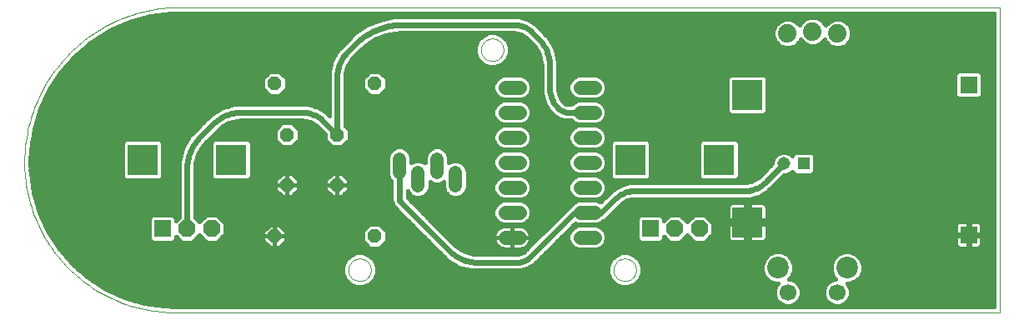
<source format=gbl>
G75*
%MOIN*%
%OFA0B0*%
%FSLAX24Y24*%
%IPPOS*%
%LPD*%
%AMOC8*
5,1,8,0,0,1.08239X$1,22.5*
%
%ADD10C,0.0000*%
%ADD11R,0.1200X0.1200*%
%ADD12OC8,0.0560*%
%ADD13R,0.0516X0.0516*%
%ADD14C,0.0516*%
%ADD15C,0.0560*%
%ADD16R,0.0690X0.0690*%
%ADD17R,0.0673X0.0673*%
%ADD18OC8,0.0673*%
%ADD19R,0.1227X0.1227*%
%ADD20C,0.0540*%
%ADD21C,0.0866*%
%ADD22C,0.0669*%
%ADD23C,0.0740*%
%ADD24C,0.0160*%
%ADD25C,0.0240*%
D10*
X006701Y001180D02*
X039656Y001180D01*
X039656Y013385D01*
X006982Y013385D01*
X018930Y011680D02*
X018932Y011722D01*
X018938Y011764D01*
X018948Y011805D01*
X018961Y011845D01*
X018979Y011883D01*
X018999Y011920D01*
X019024Y011955D01*
X019051Y011987D01*
X019081Y012016D01*
X019114Y012043D01*
X019149Y012066D01*
X019186Y012086D01*
X019225Y012102D01*
X019265Y012115D01*
X019306Y012124D01*
X019348Y012129D01*
X019391Y012130D01*
X019433Y012127D01*
X019474Y012120D01*
X019515Y012109D01*
X019555Y012095D01*
X019593Y012077D01*
X019629Y012055D01*
X019663Y012030D01*
X019694Y012002D01*
X019723Y011971D01*
X019749Y011938D01*
X019771Y011902D01*
X019791Y011864D01*
X019806Y011825D01*
X019818Y011785D01*
X019826Y011743D01*
X019830Y011701D01*
X019830Y011659D01*
X019826Y011617D01*
X019818Y011575D01*
X019806Y011535D01*
X019791Y011496D01*
X019771Y011458D01*
X019749Y011422D01*
X019723Y011389D01*
X019694Y011358D01*
X019663Y011330D01*
X019629Y011305D01*
X019593Y011283D01*
X019555Y011265D01*
X019515Y011251D01*
X019474Y011240D01*
X019433Y011233D01*
X019391Y011230D01*
X019348Y011231D01*
X019306Y011236D01*
X019265Y011245D01*
X019225Y011258D01*
X019186Y011274D01*
X019149Y011294D01*
X019114Y011317D01*
X019081Y011344D01*
X019051Y011373D01*
X019024Y011405D01*
X018999Y011440D01*
X018979Y011477D01*
X018961Y011515D01*
X018948Y011555D01*
X018938Y011596D01*
X018932Y011638D01*
X018930Y011680D01*
X006983Y013384D02*
X006828Y013385D01*
X006673Y013381D01*
X006518Y013373D01*
X006363Y013362D01*
X006209Y013346D01*
X006055Y013327D01*
X005901Y013304D01*
X005749Y013278D01*
X005597Y013247D01*
X005445Y013213D01*
X005295Y013174D01*
X005146Y013133D01*
X004998Y013087D01*
X004851Y013038D01*
X004705Y012985D01*
X004560Y012928D01*
X004417Y012868D01*
X004276Y012804D01*
X004136Y012737D01*
X003998Y012667D01*
X003862Y012593D01*
X003728Y012515D01*
X003595Y012434D01*
X003465Y012350D01*
X003337Y012263D01*
X003211Y012173D01*
X003087Y012079D01*
X002966Y011983D01*
X002847Y011883D01*
X002730Y011780D01*
X002617Y011675D01*
X002505Y011567D01*
X002397Y011456D01*
X002291Y011342D01*
X002189Y011226D01*
X002089Y011107D01*
X001992Y010986D01*
X001898Y010863D01*
X001808Y010737D01*
X001720Y010609D01*
X001636Y010479D01*
X001555Y010346D01*
X001477Y010212D01*
X001403Y010076D01*
X001332Y009938D01*
X001265Y009798D01*
X001201Y009657D01*
X001141Y009514D01*
X001084Y009370D01*
X001031Y009224D01*
X000981Y009077D01*
X000935Y008929D01*
X000893Y008780D01*
X000855Y008630D01*
X000820Y008478D01*
X000789Y008326D01*
X000762Y008174D01*
X000739Y008020D01*
X000720Y007867D01*
X000704Y007712D01*
X000692Y007558D01*
X000685Y007403D01*
X000681Y007248D01*
X000680Y007248D02*
X000680Y007201D01*
X000682Y007048D01*
X000688Y006896D01*
X000697Y006744D01*
X000711Y006592D01*
X000728Y006440D01*
X000749Y006289D01*
X000774Y006139D01*
X000803Y005989D01*
X000836Y005840D01*
X000872Y005692D01*
X000912Y005545D01*
X000956Y005399D01*
X001004Y005254D01*
X001055Y005110D01*
X001110Y004968D01*
X001168Y004827D01*
X001230Y004687D01*
X001295Y004549D01*
X001364Y004413D01*
X001437Y004279D01*
X001512Y004147D01*
X001591Y004016D01*
X001674Y003888D01*
X001759Y003761D01*
X001848Y003637D01*
X001940Y003516D01*
X002035Y003396D01*
X002133Y003279D01*
X002233Y003165D01*
X002337Y003053D01*
X002444Y002944D01*
X002553Y002837D01*
X002665Y002733D01*
X002779Y002633D01*
X002896Y002535D01*
X003016Y002440D01*
X003137Y002348D01*
X003261Y002259D01*
X003388Y002174D01*
X003516Y002091D01*
X003647Y002012D01*
X003779Y001937D01*
X003913Y001864D01*
X004049Y001795D01*
X004187Y001730D01*
X004327Y001668D01*
X004468Y001610D01*
X004610Y001555D01*
X004754Y001504D01*
X004899Y001456D01*
X005045Y001412D01*
X005192Y001372D01*
X005340Y001336D01*
X005489Y001303D01*
X005639Y001274D01*
X005789Y001249D01*
X005940Y001228D01*
X006092Y001211D01*
X006244Y001197D01*
X006396Y001188D01*
X006548Y001182D01*
X006701Y001180D01*
X013630Y002880D02*
X013632Y002922D01*
X013638Y002964D01*
X013648Y003005D01*
X013661Y003045D01*
X013679Y003083D01*
X013699Y003120D01*
X013724Y003155D01*
X013751Y003187D01*
X013781Y003216D01*
X013814Y003243D01*
X013849Y003266D01*
X013886Y003286D01*
X013925Y003302D01*
X013965Y003315D01*
X014006Y003324D01*
X014048Y003329D01*
X014091Y003330D01*
X014133Y003327D01*
X014174Y003320D01*
X014215Y003309D01*
X014255Y003295D01*
X014293Y003277D01*
X014329Y003255D01*
X014363Y003230D01*
X014394Y003202D01*
X014423Y003171D01*
X014449Y003138D01*
X014471Y003102D01*
X014491Y003064D01*
X014506Y003025D01*
X014518Y002985D01*
X014526Y002943D01*
X014530Y002901D01*
X014530Y002859D01*
X014526Y002817D01*
X014518Y002775D01*
X014506Y002735D01*
X014491Y002696D01*
X014471Y002658D01*
X014449Y002622D01*
X014423Y002589D01*
X014394Y002558D01*
X014363Y002530D01*
X014329Y002505D01*
X014293Y002483D01*
X014255Y002465D01*
X014215Y002451D01*
X014174Y002440D01*
X014133Y002433D01*
X014091Y002430D01*
X014048Y002431D01*
X014006Y002436D01*
X013965Y002445D01*
X013925Y002458D01*
X013886Y002474D01*
X013849Y002494D01*
X013814Y002517D01*
X013781Y002544D01*
X013751Y002573D01*
X013724Y002605D01*
X013699Y002640D01*
X013679Y002677D01*
X013661Y002715D01*
X013648Y002755D01*
X013638Y002796D01*
X013632Y002838D01*
X013630Y002880D01*
X024230Y002880D02*
X024232Y002922D01*
X024238Y002964D01*
X024248Y003005D01*
X024261Y003045D01*
X024279Y003083D01*
X024299Y003120D01*
X024324Y003155D01*
X024351Y003187D01*
X024381Y003216D01*
X024414Y003243D01*
X024449Y003266D01*
X024486Y003286D01*
X024525Y003302D01*
X024565Y003315D01*
X024606Y003324D01*
X024648Y003329D01*
X024691Y003330D01*
X024733Y003327D01*
X024774Y003320D01*
X024815Y003309D01*
X024855Y003295D01*
X024893Y003277D01*
X024929Y003255D01*
X024963Y003230D01*
X024994Y003202D01*
X025023Y003171D01*
X025049Y003138D01*
X025071Y003102D01*
X025091Y003064D01*
X025106Y003025D01*
X025118Y002985D01*
X025126Y002943D01*
X025130Y002901D01*
X025130Y002859D01*
X025126Y002817D01*
X025118Y002775D01*
X025106Y002735D01*
X025091Y002696D01*
X025071Y002658D01*
X025049Y002622D01*
X025023Y002589D01*
X024994Y002558D01*
X024963Y002530D01*
X024929Y002505D01*
X024893Y002483D01*
X024855Y002465D01*
X024815Y002451D01*
X024774Y002440D01*
X024733Y002433D01*
X024691Y002430D01*
X024648Y002431D01*
X024606Y002436D01*
X024565Y002445D01*
X024525Y002458D01*
X024486Y002474D01*
X024449Y002494D01*
X024414Y002517D01*
X024381Y002544D01*
X024351Y002573D01*
X024324Y002605D01*
X024299Y002640D01*
X024279Y002677D01*
X024261Y002715D01*
X024248Y002755D01*
X024238Y002796D01*
X024232Y002838D01*
X024230Y002880D01*
D11*
X029580Y004780D03*
X029580Y009880D03*
D12*
X014680Y010330D03*
X010680Y010330D03*
X011180Y008280D03*
X013180Y008280D03*
X013180Y006280D03*
X011180Y006280D03*
X010680Y004230D03*
X014680Y004230D03*
D13*
X031824Y007130D03*
D14*
X031036Y007130D03*
D15*
X023460Y007180D02*
X022900Y007180D01*
X020460Y007180D02*
X019900Y007180D01*
X019900Y006180D02*
X020460Y006180D01*
X022900Y006180D02*
X023460Y006180D01*
X023460Y005180D02*
X022900Y005180D01*
X020460Y005180D02*
X019900Y005180D01*
X019900Y004180D02*
X020460Y004180D01*
X022900Y004180D02*
X023460Y004180D01*
X023460Y008180D02*
X022900Y008180D01*
X020460Y008180D02*
X019900Y008180D01*
X019900Y009180D02*
X020460Y009180D01*
X022900Y009180D02*
X023460Y009180D01*
X023460Y010180D02*
X022900Y010180D01*
X020460Y010180D02*
X019900Y010180D01*
D16*
X038426Y010282D03*
X038426Y004282D03*
D17*
X025696Y004526D03*
X006196Y004526D03*
D18*
X007180Y004526D03*
X008164Y004526D03*
X026680Y004526D03*
X027664Y004526D03*
D19*
X028452Y007282D03*
X024908Y007282D03*
X008952Y007282D03*
X005408Y007282D03*
D20*
X015670Y007322D02*
X015670Y006782D01*
X016420Y006782D02*
X016420Y006242D01*
X017920Y006242D02*
X017920Y006782D01*
X017170Y006782D02*
X017170Y007322D01*
D21*
X030802Y002964D03*
X033558Y002964D03*
D22*
X033164Y001980D03*
X031196Y001980D03*
D23*
X031180Y012341D03*
X032180Y012419D03*
X033180Y012341D03*
D24*
X004677Y001775D02*
X003926Y002118D01*
X003231Y002565D01*
X002606Y003106D01*
X002065Y003731D01*
X001618Y004426D01*
X001275Y005177D01*
X001042Y005970D01*
X000925Y006788D01*
X000910Y007201D01*
X000910Y007245D01*
X000931Y007672D01*
X001064Y008516D01*
X001315Y009333D01*
X001681Y010106D01*
X002152Y010818D01*
X002721Y011457D01*
X003374Y012008D01*
X004099Y012460D01*
X004881Y012805D01*
X005704Y013035D01*
X006552Y013145D01*
X006978Y013155D01*
X006981Y013155D01*
X007074Y013153D01*
X007076Y013155D01*
X039426Y013155D01*
X039426Y001410D01*
X006701Y001410D01*
X006288Y001425D01*
X005470Y001542D01*
X004677Y001775D01*
X004592Y001814D02*
X030686Y001814D01*
X030661Y001874D02*
X030742Y001677D01*
X030893Y001527D01*
X031089Y001445D01*
X031302Y001445D01*
X031499Y001527D01*
X031649Y001677D01*
X031730Y001874D01*
X031730Y002086D01*
X031649Y002283D01*
X031499Y002433D01*
X031302Y002515D01*
X031248Y002515D01*
X031339Y002606D01*
X031435Y002838D01*
X031435Y003090D01*
X031339Y003323D01*
X031161Y003501D01*
X030928Y003597D01*
X030676Y003597D01*
X030443Y003501D01*
X030265Y003323D01*
X030169Y003090D01*
X030169Y002838D01*
X030265Y002606D01*
X030265Y002607D02*
X025303Y002607D01*
X025256Y002495D02*
X025360Y002745D01*
X025360Y003015D01*
X025256Y003265D01*
X025065Y003456D01*
X024815Y003560D01*
X024545Y003560D01*
X024295Y003456D01*
X024104Y003265D01*
X024000Y003015D01*
X024000Y002745D01*
X024104Y002495D01*
X024295Y002304D01*
X024545Y002200D01*
X024815Y002200D01*
X025065Y002304D01*
X025256Y002495D01*
X025210Y002448D02*
X030423Y002448D01*
X030443Y002428D02*
X030676Y002331D01*
X030791Y002331D01*
X030742Y002283D01*
X030661Y002086D01*
X030661Y001874D01*
X030661Y001973D02*
X004245Y001973D01*
X003906Y002131D02*
X030680Y002131D01*
X030749Y002290D02*
X025031Y002290D01*
X024329Y002290D02*
X014431Y002290D01*
X014465Y002304D02*
X014656Y002495D01*
X014760Y002745D01*
X014760Y003015D01*
X014656Y003265D01*
X014465Y003456D01*
X014215Y003560D01*
X013945Y003560D01*
X013695Y003456D01*
X013504Y003265D01*
X013400Y003015D01*
X013400Y002745D01*
X013504Y002495D01*
X013695Y002304D01*
X013945Y002200D01*
X014215Y002200D01*
X014465Y002304D01*
X014610Y002448D02*
X024150Y002448D01*
X024057Y002607D02*
X014703Y002607D01*
X014760Y002765D02*
X024000Y002765D01*
X024000Y002924D02*
X020759Y002924D01*
X020784Y002930D02*
X020784Y002930D01*
X021018Y003065D01*
X021068Y003116D01*
X021068Y003116D01*
X021112Y003159D01*
X021113Y003161D01*
X021113Y003161D01*
X021158Y003206D01*
X022697Y004745D01*
X022805Y004700D01*
X023555Y004700D01*
X023732Y004773D01*
X023779Y004820D01*
X023784Y004820D01*
X023901Y004869D01*
X024501Y005468D01*
X024534Y005501D01*
X024546Y005513D01*
X024615Y005574D01*
X024775Y005666D01*
X024953Y005714D01*
X025045Y005720D01*
X029658Y005720D01*
X030037Y005822D01*
X030377Y006018D01*
X030470Y006112D01*
X030470Y006112D01*
X031031Y006672D01*
X031127Y006672D01*
X031296Y006742D01*
X031366Y006812D01*
X031366Y006789D01*
X031483Y006672D01*
X032164Y006672D01*
X032281Y006789D01*
X032281Y007471D01*
X032164Y007588D01*
X031483Y007588D01*
X031366Y007471D01*
X031366Y007448D01*
X031296Y007518D01*
X031127Y007588D01*
X030945Y007588D01*
X030777Y007518D01*
X030648Y007389D01*
X030579Y007221D01*
X030579Y007125D01*
X030063Y006609D01*
X029979Y006536D01*
X029787Y006425D01*
X029572Y006367D01*
X029461Y006360D01*
X024868Y006360D01*
X024525Y006268D01*
X024218Y006091D01*
X024138Y006011D01*
X024081Y005953D01*
X024048Y005921D01*
X023720Y005592D01*
X023555Y005660D01*
X022805Y005660D01*
X022628Y005587D01*
X022493Y005452D01*
X022480Y005420D01*
X022459Y005411D01*
X022369Y005321D01*
X020706Y003658D01*
X020661Y003613D01*
X020623Y003580D01*
X020535Y003529D01*
X020438Y003503D01*
X020387Y003500D01*
X018792Y003500D01*
X018625Y003511D01*
X018303Y003597D01*
X018014Y003764D01*
X017888Y003874D01*
X015990Y005772D01*
X015990Y006052D01*
X016022Y005976D01*
X016154Y005844D01*
X016327Y005772D01*
X016514Y005772D01*
X016686Y005844D01*
X016819Y005976D01*
X016890Y006149D01*
X016890Y006398D01*
X016904Y006384D01*
X017077Y006312D01*
X017264Y006312D01*
X017436Y006384D01*
X017450Y006398D01*
X017450Y006149D01*
X017522Y005976D01*
X017654Y005844D01*
X017827Y005772D01*
X018014Y005772D01*
X018186Y005844D01*
X018319Y005976D01*
X018390Y006149D01*
X018390Y006876D01*
X018319Y007049D01*
X018186Y007181D01*
X018014Y007252D01*
X017827Y007252D01*
X017654Y007181D01*
X017640Y007167D01*
X017640Y007416D01*
X017569Y007589D01*
X017436Y007721D01*
X017264Y007792D01*
X017077Y007792D01*
X016904Y007721D01*
X016772Y007589D01*
X016700Y007416D01*
X016700Y007167D01*
X016686Y007181D01*
X016514Y007252D01*
X016327Y007252D01*
X016154Y007181D01*
X016140Y007167D01*
X016140Y007416D01*
X016069Y007589D01*
X015936Y007721D01*
X015764Y007792D01*
X015577Y007792D01*
X015404Y007721D01*
X015272Y007589D01*
X015200Y007416D01*
X015200Y006689D01*
X015272Y006516D01*
X015350Y006438D01*
X015350Y005626D01*
X015360Y005602D01*
X015360Y005592D01*
X015427Y005430D01*
X015444Y005413D01*
X015489Y005368D01*
X015534Y005323D01*
X015534Y005323D01*
X017481Y003377D01*
X017614Y003243D01*
X017614Y003243D01*
X018052Y002991D01*
X018539Y002860D01*
X020522Y002860D01*
X020784Y002930D01*
X021018Y003065D02*
X021018Y003065D01*
X021035Y003082D02*
X024028Y003082D01*
X024093Y003241D02*
X021193Y003241D01*
X021158Y003206D02*
X021158Y003206D01*
X021352Y003399D02*
X024237Y003399D01*
X024539Y003558D02*
X021510Y003558D01*
X021669Y003716D02*
X022766Y003716D01*
X022805Y003700D02*
X023555Y003700D01*
X023732Y003773D01*
X023867Y003908D01*
X023940Y004085D01*
X023940Y004275D01*
X023867Y004452D01*
X023732Y004587D01*
X023555Y004660D01*
X022805Y004660D01*
X022628Y004587D01*
X022493Y004452D01*
X022420Y004275D01*
X022420Y004085D01*
X022493Y003908D01*
X022628Y003773D01*
X022805Y003700D01*
X022527Y003875D02*
X021827Y003875D01*
X021986Y004033D02*
X022441Y004033D01*
X022420Y004192D02*
X022144Y004192D01*
X022303Y004350D02*
X022451Y004350D01*
X022461Y004509D02*
X022550Y004509D01*
X022620Y004667D02*
X025159Y004667D01*
X025159Y004509D02*
X023810Y004509D01*
X023909Y004350D02*
X025159Y004350D01*
X025159Y004192D02*
X023940Y004192D01*
X023919Y004033D02*
X025233Y004033D01*
X025276Y003990D02*
X025159Y004107D01*
X025159Y004946D01*
X025276Y005063D01*
X026115Y005063D01*
X026232Y004946D01*
X026232Y004838D01*
X026458Y005063D01*
X026902Y005063D01*
X027172Y004793D01*
X027442Y005063D01*
X027886Y005063D01*
X028201Y004749D01*
X028201Y004304D01*
X027886Y003990D01*
X027442Y003990D01*
X027172Y004260D01*
X026902Y003990D01*
X026458Y003990D01*
X026232Y004215D01*
X026232Y004107D01*
X026115Y003990D01*
X025276Y003990D01*
X024821Y003558D02*
X030580Y003558D01*
X030342Y003399D02*
X025123Y003399D01*
X025267Y003241D02*
X030231Y003241D01*
X030169Y003082D02*
X025332Y003082D01*
X025360Y002924D02*
X030169Y002924D01*
X030199Y002765D02*
X025360Y002765D01*
X023594Y003716D02*
X039426Y003716D01*
X039426Y003558D02*
X033780Y003558D01*
X033684Y003597D02*
X033432Y003597D01*
X033199Y003501D01*
X033021Y003323D01*
X032925Y003090D01*
X032925Y002838D01*
X033021Y002606D01*
X033112Y002515D01*
X033058Y002515D01*
X032861Y002433D01*
X032711Y002283D01*
X032630Y002086D01*
X032630Y001874D01*
X032711Y001677D01*
X032861Y001527D01*
X033058Y001445D01*
X033271Y001445D01*
X033467Y001527D01*
X033618Y001677D01*
X033699Y001874D01*
X033699Y002086D01*
X033618Y002283D01*
X033569Y002331D01*
X033684Y002331D01*
X033917Y002428D01*
X034095Y002606D01*
X034095Y002607D02*
X039426Y002607D01*
X039426Y002448D02*
X033937Y002448D01*
X034095Y002606D02*
X034191Y002838D01*
X034191Y003090D01*
X034095Y003323D01*
X033917Y003501D01*
X033684Y003597D01*
X033336Y003558D02*
X031024Y003558D01*
X031263Y003399D02*
X033097Y003399D01*
X032987Y003241D02*
X031373Y003241D01*
X031435Y003082D02*
X032925Y003082D01*
X032925Y002924D02*
X031435Y002924D01*
X031405Y002765D02*
X032955Y002765D01*
X033021Y002607D02*
X031339Y002607D01*
X031463Y002448D02*
X032897Y002448D01*
X032718Y002290D02*
X031642Y002290D01*
X031712Y002131D02*
X032648Y002131D01*
X032630Y001973D02*
X031730Y001973D01*
X031706Y001814D02*
X032654Y001814D01*
X032733Y001656D02*
X031627Y001656D01*
X031427Y001497D02*
X032933Y001497D01*
X033395Y001497D02*
X039426Y001497D01*
X039426Y001656D02*
X033596Y001656D01*
X033674Y001814D02*
X039426Y001814D01*
X039426Y001973D02*
X033699Y001973D01*
X033680Y002131D02*
X039426Y002131D01*
X039426Y002290D02*
X033611Y002290D01*
X034161Y002765D02*
X039426Y002765D01*
X039426Y002924D02*
X034191Y002924D01*
X034191Y003082D02*
X039426Y003082D01*
X039426Y003241D02*
X034129Y003241D01*
X034018Y003399D02*
X039426Y003399D01*
X038915Y003827D02*
X038939Y003868D01*
X038951Y003914D01*
X038951Y004250D01*
X038459Y004250D01*
X038459Y004315D01*
X038951Y004315D01*
X038951Y004651D01*
X038939Y004697D01*
X038915Y004738D01*
X038882Y004771D01*
X038841Y004795D01*
X038795Y004807D01*
X038459Y004807D01*
X038459Y004315D01*
X038394Y004315D01*
X038394Y004807D01*
X038057Y004807D01*
X038012Y004795D01*
X037971Y004771D01*
X037937Y004738D01*
X037913Y004697D01*
X037901Y004651D01*
X037901Y004315D01*
X038394Y004315D01*
X038394Y004250D01*
X038459Y004250D01*
X038459Y003757D01*
X038795Y003757D01*
X038841Y003770D01*
X038882Y003793D01*
X038915Y003827D01*
X038941Y003875D02*
X039426Y003875D01*
X039426Y004033D02*
X038951Y004033D01*
X038951Y004192D02*
X039426Y004192D01*
X039426Y004350D02*
X038951Y004350D01*
X038951Y004509D02*
X039426Y004509D01*
X039426Y004667D02*
X038947Y004667D01*
X038459Y004667D02*
X038394Y004667D01*
X038394Y004509D02*
X038459Y004509D01*
X038459Y004350D02*
X038394Y004350D01*
X038394Y004250D02*
X037901Y004250D01*
X037901Y003914D01*
X037913Y003868D01*
X037937Y003827D01*
X037971Y003793D01*
X038012Y003770D01*
X038057Y003757D01*
X038394Y003757D01*
X038394Y004250D01*
X038394Y004192D02*
X038459Y004192D01*
X038459Y004033D02*
X038394Y004033D01*
X038394Y003875D02*
X038459Y003875D01*
X037912Y003875D02*
X023833Y003875D01*
X021714Y004667D02*
X017096Y004667D01*
X017254Y004509D02*
X019578Y004509D01*
X019600Y004531D02*
X019549Y004480D01*
X019507Y004421D01*
X019474Y004357D01*
X019451Y004288D01*
X019440Y004216D01*
X019440Y004180D01*
X020180Y004180D01*
X020180Y004180D01*
X020180Y004640D01*
X020496Y004640D01*
X020568Y004629D01*
X020637Y004606D01*
X020701Y004573D01*
X020760Y004531D01*
X020811Y004480D01*
X020853Y004421D01*
X020886Y004357D01*
X020909Y004288D01*
X020920Y004216D01*
X020920Y004180D01*
X020180Y004180D01*
X020180Y004180D01*
X020180Y003720D01*
X020496Y003720D01*
X020568Y003731D01*
X020637Y003754D01*
X020701Y003787D01*
X020760Y003829D01*
X020811Y003880D01*
X020853Y003939D01*
X020886Y004003D01*
X020909Y004072D01*
X020920Y004144D01*
X020920Y004180D01*
X020180Y004180D01*
X020180Y004180D01*
X020180Y004180D01*
X020180Y004640D01*
X019864Y004640D01*
X019792Y004629D01*
X019723Y004606D01*
X019659Y004573D01*
X019600Y004531D01*
X019472Y004350D02*
X017413Y004350D01*
X017571Y004192D02*
X019440Y004192D01*
X019440Y004180D02*
X019440Y004144D01*
X019451Y004072D01*
X019474Y004003D01*
X019507Y003939D01*
X019549Y003880D01*
X019600Y003829D01*
X019659Y003787D01*
X019723Y003754D01*
X019792Y003731D01*
X019864Y003720D01*
X020180Y003720D01*
X020180Y004180D01*
X019440Y004180D01*
X019464Y004033D02*
X017730Y004033D01*
X017888Y003875D02*
X019555Y003875D01*
X020180Y003875D02*
X020180Y003875D01*
X020180Y004033D02*
X020180Y004033D01*
X020180Y004192D02*
X020180Y004192D01*
X020180Y004350D02*
X020180Y004350D01*
X020180Y004509D02*
X020180Y004509D01*
X019805Y004700D02*
X020555Y004700D01*
X020732Y004773D01*
X020867Y004908D01*
X020940Y005085D01*
X020940Y005275D01*
X020867Y005452D01*
X020732Y005587D01*
X020555Y005660D01*
X019805Y005660D01*
X019628Y005587D01*
X019493Y005452D01*
X019420Y005275D01*
X019420Y005085D01*
X019493Y004908D01*
X019628Y004773D01*
X019805Y004700D01*
X019576Y004826D02*
X016937Y004826D01*
X016779Y004984D02*
X019462Y004984D01*
X019420Y005143D02*
X016620Y005143D01*
X016462Y005301D02*
X019431Y005301D01*
X019501Y005460D02*
X016303Y005460D01*
X016145Y005618D02*
X019703Y005618D01*
X019805Y005700D02*
X020555Y005700D01*
X020732Y005773D01*
X020867Y005908D01*
X020940Y006085D01*
X020940Y006275D01*
X020867Y006452D01*
X020732Y006587D01*
X020555Y006660D01*
X019805Y006660D01*
X019628Y006587D01*
X019493Y006452D01*
X019420Y006275D01*
X019420Y006085D01*
X019493Y005908D01*
X019628Y005773D01*
X019805Y005700D01*
X019625Y005777D02*
X018024Y005777D01*
X017817Y005777D02*
X016524Y005777D01*
X016317Y005777D02*
X015990Y005777D01*
X015990Y005935D02*
X016063Y005935D01*
X016777Y005935D02*
X017563Y005935D01*
X017473Y006094D02*
X016867Y006094D01*
X016890Y006252D02*
X017450Y006252D01*
X018277Y005935D02*
X019482Y005935D01*
X019420Y006094D02*
X018367Y006094D01*
X018390Y006252D02*
X019420Y006252D01*
X019476Y006411D02*
X018390Y006411D01*
X018390Y006569D02*
X019610Y006569D01*
X019738Y006728D02*
X018390Y006728D01*
X018386Y006886D02*
X019515Y006886D01*
X019493Y006908D02*
X019628Y006773D01*
X019805Y006700D01*
X020555Y006700D01*
X020732Y006773D01*
X020867Y006908D01*
X020940Y007085D01*
X020940Y007275D01*
X020867Y007452D01*
X020732Y007587D01*
X020555Y007660D01*
X019805Y007660D01*
X019628Y007587D01*
X019493Y007452D01*
X019420Y007275D01*
X019420Y007085D01*
X019493Y006908D01*
X019437Y007045D02*
X018320Y007045D01*
X018133Y007203D02*
X019420Y007203D01*
X019456Y007362D02*
X017640Y007362D01*
X017640Y007203D02*
X017708Y007203D01*
X017597Y007520D02*
X019561Y007520D01*
X019628Y007773D02*
X019805Y007700D01*
X020555Y007700D01*
X020732Y007773D01*
X020867Y007908D01*
X020940Y008085D01*
X020940Y008275D01*
X020867Y008452D01*
X020732Y008587D01*
X020555Y008660D01*
X019805Y008660D01*
X019628Y008587D01*
X019493Y008452D01*
X019420Y008275D01*
X019420Y008085D01*
X019493Y007908D01*
X019628Y007773D01*
X019564Y007837D02*
X013416Y007837D01*
X013379Y007800D02*
X012981Y007800D01*
X012700Y008081D01*
X012700Y008307D01*
X012395Y008612D01*
X012312Y008685D01*
X012121Y008796D01*
X011907Y008853D01*
X011797Y008860D01*
X009335Y008860D01*
X009170Y008849D01*
X008852Y008764D01*
X008567Y008599D01*
X008443Y008491D01*
X008398Y008446D01*
X008398Y008446D01*
X007934Y007982D01*
X007806Y007836D01*
X007613Y007501D01*
X007513Y007127D01*
X007500Y006933D01*
X007500Y004965D01*
X007672Y004793D01*
X007942Y005063D01*
X008386Y005063D01*
X008701Y004749D01*
X008701Y004304D01*
X008386Y003990D01*
X007942Y003990D01*
X007672Y004260D01*
X007402Y003990D01*
X006958Y003990D01*
X006732Y004215D01*
X006732Y004107D01*
X006615Y003990D01*
X005776Y003990D01*
X005659Y004107D01*
X005659Y004946D01*
X005776Y005063D01*
X006615Y005063D01*
X006732Y004946D01*
X006732Y004838D01*
X006860Y004965D01*
X006860Y007213D01*
X007005Y007753D01*
X007284Y008237D01*
X007284Y008237D01*
X007437Y008389D01*
X007437Y008389D01*
X007946Y008898D01*
X007946Y008898D01*
X007991Y008943D01*
X007991Y008943D01*
X007995Y008948D01*
X008036Y008988D01*
X008036Y008988D01*
X008168Y009120D01*
X008168Y009120D01*
X008601Y009370D01*
X008601Y009370D01*
X009085Y009500D01*
X011993Y009500D01*
X012371Y009399D01*
X012371Y009399D01*
X012709Y009203D01*
X012709Y009203D01*
X012803Y009110D01*
X012803Y009110D01*
X012860Y009053D01*
X012860Y010823D01*
X012978Y011264D01*
X012978Y011264D01*
X013206Y011659D01*
X013206Y011659D01*
X013323Y011775D01*
X013323Y011775D01*
X013662Y012115D01*
X013699Y012152D01*
X013752Y012205D01*
X013907Y012359D01*
X013907Y012359D01*
X014377Y012673D01*
X014377Y012673D01*
X014899Y012890D01*
X014899Y012890D01*
X015453Y013000D01*
X020440Y013000D01*
X020775Y012910D01*
X020775Y012910D01*
X021076Y012736D01*
X021076Y012736D01*
X021154Y012658D01*
X021154Y012658D01*
X021398Y012414D01*
X021398Y012414D01*
X021443Y012369D01*
X021443Y012369D01*
X021447Y012366D01*
X021488Y012324D01*
X021488Y012324D01*
X021620Y012192D01*
X021620Y012192D01*
X021870Y011759D01*
X021870Y011759D01*
X022000Y011275D01*
X022000Y011089D01*
X022000Y010143D01*
X022007Y010039D01*
X022061Y009838D01*
X022165Y009657D01*
X022234Y009579D01*
X022234Y009579D01*
X022260Y009556D01*
X022321Y009520D01*
X022389Y009502D01*
X022424Y009500D01*
X022541Y009500D01*
X022628Y009587D01*
X022805Y009660D01*
X023555Y009660D01*
X023732Y009587D01*
X023867Y009452D01*
X023940Y009275D01*
X023940Y009085D01*
X023867Y008908D01*
X023732Y008773D01*
X023555Y008700D01*
X022805Y008700D01*
X022628Y008773D01*
X022541Y008860D01*
X022304Y008860D01*
X022073Y008922D01*
X022073Y008922D01*
X021866Y009042D01*
X021866Y009042D01*
X021826Y009081D01*
X021826Y009081D01*
X021786Y009122D01*
X021781Y009126D01*
X021736Y009171D01*
X021736Y009171D01*
X021647Y009260D01*
X021647Y009260D01*
X021458Y009588D01*
X021458Y009588D01*
X021360Y009954D01*
X021360Y011025D01*
X021349Y011190D01*
X021264Y011508D01*
X021099Y011793D01*
X020991Y011917D01*
X020946Y011962D01*
X020946Y011962D01*
X020747Y012161D01*
X020680Y012219D01*
X020526Y012308D01*
X020355Y012354D01*
X020266Y012360D01*
X015736Y012360D01*
X015518Y012349D01*
X015089Y012264D01*
X014685Y012097D01*
X014322Y011854D01*
X014160Y011707D01*
X014152Y011699D01*
X014115Y011662D01*
X013820Y011368D01*
X013726Y011260D01*
X013583Y011013D01*
X013509Y010737D01*
X013500Y010594D01*
X013500Y008639D01*
X013660Y008479D01*
X013660Y008081D01*
X013379Y007800D01*
X012944Y007837D02*
X011416Y007837D01*
X011379Y007800D02*
X010981Y007800D01*
X010700Y008081D01*
X010700Y008479D01*
X010981Y008760D01*
X011379Y008760D01*
X011660Y008479D01*
X011660Y008081D01*
X011379Y007800D01*
X010944Y007837D02*
X009765Y007837D01*
X009765Y007979D02*
X009648Y008096D01*
X008255Y008096D01*
X008138Y007979D01*
X008138Y006586D01*
X008255Y006469D01*
X009648Y006469D01*
X009765Y006586D01*
X009765Y007979D01*
X009748Y007996D02*
X010786Y007996D01*
X010700Y008154D02*
X008107Y008154D01*
X008155Y007996D02*
X007948Y007996D01*
X007807Y007837D02*
X008138Y007837D01*
X008138Y007679D02*
X007716Y007679D01*
X007624Y007520D02*
X008138Y007520D01*
X008138Y007362D02*
X007576Y007362D01*
X007533Y007203D02*
X008138Y007203D01*
X008138Y007045D02*
X007507Y007045D01*
X007500Y006886D02*
X008138Y006886D01*
X008138Y006728D02*
X007500Y006728D01*
X007500Y006569D02*
X008155Y006569D01*
X007500Y006411D02*
X010720Y006411D01*
X010720Y006471D02*
X010720Y006280D01*
X011180Y006280D01*
X011180Y006280D01*
X011180Y006740D01*
X011371Y006740D01*
X011640Y006471D01*
X011640Y006280D01*
X011180Y006280D01*
X011180Y006280D01*
X011180Y006280D01*
X011180Y006740D01*
X010989Y006740D01*
X010720Y006471D01*
X010818Y006569D02*
X009748Y006569D01*
X009765Y006728D02*
X010977Y006728D01*
X011180Y006728D02*
X011180Y006728D01*
X011180Y006569D02*
X011180Y006569D01*
X011180Y006411D02*
X011180Y006411D01*
X011180Y006280D02*
X010720Y006280D01*
X010720Y006089D01*
X010989Y005820D01*
X011180Y005820D01*
X011371Y005820D01*
X011640Y006089D01*
X011640Y006280D01*
X011180Y006280D01*
X011180Y005820D01*
X011180Y006280D01*
X011180Y006280D01*
X011180Y006252D02*
X011180Y006252D01*
X011180Y006094D02*
X011180Y006094D01*
X011180Y005935D02*
X011180Y005935D01*
X011486Y005935D02*
X012874Y005935D01*
X012989Y005820D02*
X012720Y006089D01*
X012720Y006280D01*
X013180Y006280D01*
X013180Y006280D01*
X013180Y006740D01*
X013371Y006740D01*
X013640Y006471D01*
X013640Y006280D01*
X013180Y006280D01*
X013180Y006280D01*
X013180Y006280D01*
X013180Y006740D01*
X012989Y006740D01*
X012720Y006471D01*
X012720Y006280D01*
X013180Y006280D01*
X013640Y006280D01*
X013640Y006089D01*
X013371Y005820D01*
X013180Y005820D01*
X013180Y006280D01*
X013180Y006280D01*
X013180Y005820D01*
X012989Y005820D01*
X013180Y005935D02*
X013180Y005935D01*
X013180Y006094D02*
X013180Y006094D01*
X013180Y006252D02*
X013180Y006252D01*
X013180Y006411D02*
X013180Y006411D01*
X013180Y006569D02*
X013180Y006569D01*
X013180Y006728D02*
X013180Y006728D01*
X013383Y006728D02*
X015200Y006728D01*
X015200Y006886D02*
X009765Y006886D01*
X009765Y007045D02*
X015200Y007045D01*
X015200Y007203D02*
X009765Y007203D01*
X009765Y007362D02*
X015200Y007362D01*
X015243Y007520D02*
X009765Y007520D01*
X009765Y007679D02*
X015362Y007679D01*
X015979Y007679D02*
X016862Y007679D01*
X016743Y007520D02*
X016097Y007520D01*
X016140Y007362D02*
X016700Y007362D01*
X016700Y007203D02*
X016633Y007203D01*
X016208Y007203D02*
X016140Y007203D01*
X017479Y007679D02*
X024095Y007679D01*
X024095Y007520D02*
X023799Y007520D01*
X023732Y007587D02*
X023867Y007452D01*
X023940Y007275D01*
X023940Y007085D01*
X023867Y006908D01*
X023732Y006773D01*
X023555Y006700D01*
X022805Y006700D01*
X022628Y006773D01*
X022493Y006908D01*
X022420Y007085D01*
X022420Y007275D01*
X022493Y007452D01*
X022628Y007587D01*
X022805Y007660D01*
X023555Y007660D01*
X023732Y007587D01*
X023732Y007773D02*
X023867Y007908D01*
X023940Y008085D01*
X023940Y008275D01*
X023867Y008452D01*
X023732Y008587D01*
X023555Y008660D01*
X022805Y008660D01*
X022628Y008587D01*
X022493Y008452D01*
X022420Y008275D01*
X022420Y008085D01*
X022493Y007908D01*
X022628Y007773D01*
X022805Y007700D01*
X023555Y007700D01*
X023732Y007773D01*
X023796Y007837D02*
X024095Y007837D01*
X024095Y007979D02*
X024095Y006586D01*
X024212Y006469D01*
X025605Y006469D01*
X025722Y006586D01*
X025722Y007979D01*
X025605Y008096D01*
X024212Y008096D01*
X024095Y007979D01*
X024112Y007996D02*
X023903Y007996D01*
X023940Y008154D02*
X039426Y008154D01*
X039426Y007996D02*
X029248Y007996D01*
X029265Y007979D02*
X029148Y008096D01*
X027755Y008096D01*
X027638Y007979D01*
X027638Y006586D01*
X027755Y006469D01*
X029148Y006469D01*
X029265Y006586D01*
X029265Y007979D01*
X029265Y007837D02*
X039426Y007837D01*
X039426Y007679D02*
X029265Y007679D01*
X029265Y007520D02*
X030782Y007520D01*
X030637Y007362D02*
X029265Y007362D01*
X029265Y007203D02*
X030579Y007203D01*
X030498Y007045D02*
X029265Y007045D01*
X029265Y006886D02*
X030340Y006886D01*
X030181Y006728D02*
X029265Y006728D01*
X029248Y006569D02*
X030017Y006569D01*
X029734Y006411D02*
X023884Y006411D01*
X023867Y006452D02*
X023732Y006587D01*
X023555Y006660D01*
X022805Y006660D01*
X022628Y006587D01*
X022493Y006452D01*
X022420Y006275D01*
X022420Y006085D01*
X022493Y005908D01*
X022628Y005773D01*
X022805Y005700D01*
X023555Y005700D01*
X023732Y005773D01*
X023867Y005908D01*
X023940Y006085D01*
X023940Y006275D01*
X023867Y006452D01*
X023750Y006569D02*
X024112Y006569D01*
X024095Y006728D02*
X023622Y006728D01*
X023845Y006886D02*
X024095Y006886D01*
X024095Y007045D02*
X023923Y007045D01*
X023940Y007203D02*
X024095Y007203D01*
X024095Y007362D02*
X023904Y007362D01*
X022561Y007520D02*
X020799Y007520D01*
X020904Y007362D02*
X022456Y007362D01*
X022420Y007203D02*
X020940Y007203D01*
X020923Y007045D02*
X022437Y007045D01*
X022515Y006886D02*
X020845Y006886D01*
X020622Y006728D02*
X022738Y006728D01*
X022610Y006569D02*
X020750Y006569D01*
X020884Y006411D02*
X022476Y006411D01*
X022420Y006252D02*
X020940Y006252D01*
X020940Y006094D02*
X022420Y006094D01*
X022482Y005935D02*
X020878Y005935D01*
X020735Y005777D02*
X022625Y005777D01*
X022703Y005618D02*
X020657Y005618D01*
X020859Y005460D02*
X022501Y005460D01*
X022369Y005321D02*
X022369Y005321D01*
X022348Y005301D02*
X020929Y005301D01*
X020940Y005143D02*
X022190Y005143D01*
X022031Y004984D02*
X020898Y004984D01*
X020784Y004826D02*
X021873Y004826D01*
X021556Y004509D02*
X020782Y004509D01*
X020888Y004350D02*
X021397Y004350D01*
X021239Y004192D02*
X020920Y004192D01*
X020896Y004033D02*
X021080Y004033D01*
X020922Y003875D02*
X020805Y003875D01*
X020763Y003716D02*
X018097Y003716D01*
X018451Y003558D02*
X020584Y003558D01*
X020706Y003658D02*
X020706Y003658D01*
X018302Y002924D02*
X014760Y002924D01*
X014732Y003082D02*
X017893Y003082D01*
X018052Y002991D02*
X018052Y002991D01*
X017619Y003241D02*
X014667Y003241D01*
X014523Y003399D02*
X017458Y003399D01*
X017481Y003377D02*
X017481Y003377D01*
X017300Y003558D02*
X014221Y003558D01*
X013939Y003558D02*
X002215Y003558D01*
X002078Y003716D02*
X017141Y003716D01*
X016983Y003875D02*
X015003Y003875D01*
X014879Y003750D02*
X014481Y003750D01*
X014200Y004031D01*
X014200Y004429D01*
X014481Y004710D01*
X014879Y004710D01*
X015160Y004429D01*
X015160Y004031D01*
X014879Y003750D01*
X014357Y003875D02*
X010975Y003875D01*
X010871Y003770D02*
X011140Y004039D01*
X011140Y004230D01*
X011140Y004421D01*
X010871Y004690D01*
X010680Y004690D01*
X010680Y004230D01*
X011140Y004230D01*
X010680Y004230D01*
X010680Y004230D01*
X010680Y004230D01*
X010680Y003770D01*
X010871Y003770D01*
X010680Y003770D02*
X010680Y004230D01*
X010680Y004230D01*
X010680Y004230D01*
X010220Y004230D01*
X010220Y004421D01*
X010489Y004690D01*
X010680Y004690D01*
X010680Y004230D01*
X010220Y004230D01*
X010220Y004039D01*
X010489Y003770D01*
X010680Y003770D01*
X010680Y003875D02*
X010680Y003875D01*
X010680Y004033D02*
X010680Y004033D01*
X010680Y004192D02*
X010680Y004192D01*
X010680Y004350D02*
X010680Y004350D01*
X010680Y004509D02*
X010680Y004509D01*
X010680Y004667D02*
X010680Y004667D01*
X010894Y004667D02*
X014438Y004667D01*
X014280Y004509D02*
X011052Y004509D01*
X011140Y004350D02*
X014200Y004350D01*
X014200Y004192D02*
X011140Y004192D01*
X011134Y004033D02*
X014200Y004033D01*
X015160Y004033D02*
X016824Y004033D01*
X016666Y004192D02*
X015160Y004192D01*
X015160Y004350D02*
X016507Y004350D01*
X016349Y004509D02*
X015080Y004509D01*
X014922Y004667D02*
X016190Y004667D01*
X016032Y004826D02*
X008624Y004826D01*
X008701Y004667D02*
X010466Y004667D01*
X010308Y004509D02*
X008701Y004509D01*
X008701Y004350D02*
X010220Y004350D01*
X010220Y004192D02*
X008588Y004192D01*
X008430Y004033D02*
X010226Y004033D01*
X010385Y003875D02*
X001972Y003875D01*
X001871Y004033D02*
X005733Y004033D01*
X005659Y004192D02*
X001769Y004192D01*
X001667Y004350D02*
X005659Y004350D01*
X005659Y004509D02*
X001580Y004509D01*
X001508Y004667D02*
X005659Y004667D01*
X005659Y004826D02*
X001436Y004826D01*
X001363Y004984D02*
X005697Y004984D01*
X006694Y004984D02*
X006860Y004984D01*
X006860Y005143D02*
X001291Y005143D01*
X001239Y005301D02*
X006860Y005301D01*
X006860Y005460D02*
X001192Y005460D01*
X001146Y005618D02*
X006860Y005618D01*
X006860Y005777D02*
X001099Y005777D01*
X001053Y005935D02*
X006860Y005935D01*
X006860Y006094D02*
X001025Y006094D01*
X001002Y006252D02*
X006860Y006252D01*
X006860Y006411D02*
X000979Y006411D01*
X000956Y006569D02*
X004612Y006569D01*
X004595Y006586D02*
X004712Y006469D01*
X006105Y006469D01*
X006222Y006586D01*
X006222Y007979D01*
X006105Y008096D01*
X004712Y008096D01*
X004595Y007979D01*
X004595Y006586D01*
X004595Y006728D02*
X000933Y006728D01*
X000921Y006886D02*
X004595Y006886D01*
X004595Y007045D02*
X000916Y007045D01*
X000910Y007203D02*
X004595Y007203D01*
X004595Y007362D02*
X000916Y007362D01*
X000923Y007520D02*
X004595Y007520D01*
X004595Y007679D02*
X000932Y007679D01*
X000957Y007837D02*
X004595Y007837D01*
X004612Y007996D02*
X000982Y007996D01*
X001007Y008154D02*
X007236Y008154D01*
X007145Y007996D02*
X006205Y007996D01*
X006222Y007837D02*
X007053Y007837D01*
X006985Y007679D02*
X006222Y007679D01*
X006222Y007520D02*
X006942Y007520D01*
X006900Y007362D02*
X006222Y007362D01*
X006222Y007203D02*
X006860Y007203D01*
X006860Y007045D02*
X006222Y007045D01*
X006222Y006886D02*
X006860Y006886D01*
X006860Y006728D02*
X006222Y006728D01*
X006205Y006569D02*
X006860Y006569D01*
X007500Y006252D02*
X010720Y006252D01*
X010720Y006094D02*
X007500Y006094D01*
X007500Y005935D02*
X010874Y005935D01*
X011640Y006094D02*
X012720Y006094D01*
X012720Y006252D02*
X011640Y006252D01*
X011640Y006411D02*
X012720Y006411D01*
X012818Y006569D02*
X011542Y006569D01*
X011383Y006728D02*
X012977Y006728D01*
X013542Y006569D02*
X015250Y006569D01*
X015350Y006411D02*
X013640Y006411D01*
X013640Y006252D02*
X015350Y006252D01*
X015350Y006094D02*
X013640Y006094D01*
X013486Y005935D02*
X015350Y005935D01*
X015350Y005777D02*
X007500Y005777D01*
X007500Y005618D02*
X015354Y005618D01*
X015415Y005460D02*
X007500Y005460D01*
X007500Y005301D02*
X015556Y005301D01*
X015427Y005430D02*
X015427Y005430D01*
X015715Y005143D02*
X007500Y005143D01*
X007500Y004984D02*
X007863Y004984D01*
X007705Y004826D02*
X007640Y004826D01*
X008465Y004984D02*
X015873Y004984D01*
X013637Y003399D02*
X002352Y003399D01*
X002490Y003241D02*
X013493Y003241D01*
X013428Y003082D02*
X002634Y003082D01*
X002817Y002924D02*
X013400Y002924D01*
X013400Y002765D02*
X003000Y002765D01*
X003183Y002607D02*
X013457Y002607D01*
X013550Y002448D02*
X003413Y002448D01*
X003659Y002290D02*
X013729Y002290D01*
X007899Y004033D02*
X007445Y004033D01*
X007604Y004192D02*
X007740Y004192D01*
X006915Y004033D02*
X006658Y004033D01*
X006732Y004192D02*
X006756Y004192D01*
X005084Y001656D02*
X030764Y001656D01*
X030965Y001497D02*
X005785Y001497D01*
X023797Y004826D02*
X025159Y004826D01*
X025197Y004984D02*
X024017Y004984D01*
X024175Y005143D02*
X028800Y005143D01*
X028800Y005301D02*
X024334Y005301D01*
X024492Y005460D02*
X028818Y005460D01*
X028812Y005449D02*
X028800Y005404D01*
X028800Y004860D01*
X029500Y004860D01*
X029500Y005560D01*
X028956Y005560D01*
X028911Y005548D01*
X028869Y005524D01*
X028836Y005491D01*
X028812Y005449D01*
X029500Y005460D02*
X029660Y005460D01*
X029660Y005560D02*
X030204Y005560D01*
X030249Y005548D01*
X030291Y005524D01*
X030324Y005491D01*
X030348Y005449D01*
X030360Y005404D01*
X030360Y004860D01*
X029660Y004860D01*
X029660Y004700D01*
X030360Y004700D01*
X030360Y004156D01*
X030348Y004111D01*
X030324Y004069D01*
X030291Y004036D01*
X030249Y004012D01*
X030204Y004000D01*
X029660Y004000D01*
X029660Y004700D01*
X029500Y004700D01*
X029500Y004000D01*
X028956Y004000D01*
X028911Y004012D01*
X028869Y004036D01*
X028836Y004069D01*
X028812Y004111D01*
X028800Y004156D01*
X028800Y004700D01*
X029500Y004700D01*
X029500Y004860D01*
X029660Y004860D01*
X029660Y005560D01*
X029869Y005777D02*
X039426Y005777D01*
X039426Y005935D02*
X030233Y005935D01*
X030377Y006018D02*
X030377Y006018D01*
X030452Y006094D02*
X039426Y006094D01*
X039426Y006252D02*
X030611Y006252D01*
X030769Y006411D02*
X039426Y006411D01*
X039426Y006569D02*
X030928Y006569D01*
X031261Y006728D02*
X031428Y006728D01*
X032220Y006728D02*
X039426Y006728D01*
X039426Y006886D02*
X032281Y006886D01*
X032281Y007045D02*
X039426Y007045D01*
X039426Y007203D02*
X032281Y007203D01*
X032281Y007362D02*
X039426Y007362D01*
X039426Y007520D02*
X032232Y007520D01*
X031415Y007520D02*
X031291Y007520D01*
X027638Y007520D02*
X025722Y007520D01*
X025722Y007362D02*
X027638Y007362D01*
X027638Y007203D02*
X025722Y007203D01*
X025722Y007045D02*
X027638Y007045D01*
X027638Y006886D02*
X025722Y006886D01*
X025722Y006728D02*
X027638Y006728D01*
X027655Y006569D02*
X025705Y006569D01*
X024525Y006268D02*
X024525Y006268D01*
X024497Y006252D02*
X023940Y006252D01*
X023940Y006094D02*
X024223Y006094D01*
X024218Y006091D02*
X024218Y006091D01*
X024062Y005935D02*
X023878Y005935D01*
X023904Y005777D02*
X023735Y005777D01*
X023745Y005618D02*
X023657Y005618D01*
X024691Y005618D02*
X039426Y005618D01*
X039426Y005460D02*
X030342Y005460D01*
X030360Y005301D02*
X039426Y005301D01*
X039426Y005143D02*
X030360Y005143D01*
X030360Y004984D02*
X039426Y004984D01*
X039426Y004826D02*
X029660Y004826D01*
X029660Y004984D02*
X029500Y004984D01*
X029500Y004826D02*
X028124Y004826D01*
X028201Y004667D02*
X028800Y004667D01*
X028800Y004509D02*
X028201Y004509D01*
X028201Y004350D02*
X028800Y004350D01*
X028800Y004192D02*
X028088Y004192D01*
X027930Y004033D02*
X028875Y004033D01*
X029500Y004033D02*
X029660Y004033D01*
X029660Y004192D02*
X029500Y004192D01*
X029500Y004350D02*
X029660Y004350D01*
X029660Y004509D02*
X029500Y004509D01*
X029500Y004667D02*
X029660Y004667D01*
X030360Y004667D02*
X037905Y004667D01*
X037901Y004509D02*
X030360Y004509D01*
X030360Y004350D02*
X037901Y004350D01*
X037901Y004192D02*
X030360Y004192D01*
X030285Y004033D02*
X037901Y004033D01*
X030443Y002428D02*
X030265Y002606D01*
X027399Y004033D02*
X026945Y004033D01*
X027104Y004192D02*
X027240Y004192D01*
X026415Y004033D02*
X026158Y004033D01*
X026232Y004192D02*
X026256Y004192D01*
X027140Y004826D02*
X027205Y004826D01*
X027363Y004984D02*
X026981Y004984D01*
X026379Y004984D02*
X026194Y004984D01*
X027965Y004984D02*
X028800Y004984D01*
X029500Y005143D02*
X029660Y005143D01*
X029660Y005301D02*
X029500Y005301D01*
X027638Y007679D02*
X025722Y007679D01*
X025722Y007837D02*
X027638Y007837D01*
X027655Y007996D02*
X025705Y007996D01*
X023925Y008313D02*
X039426Y008313D01*
X039426Y008471D02*
X023848Y008471D01*
X023629Y008630D02*
X039426Y008630D01*
X039426Y008788D02*
X023747Y008788D01*
X023883Y008947D02*
X039426Y008947D01*
X039426Y009105D02*
X030288Y009105D01*
X030263Y009080D02*
X030380Y009197D01*
X030380Y010563D01*
X030263Y010680D01*
X028897Y010680D01*
X028780Y010563D01*
X028780Y009197D01*
X028897Y009080D01*
X030263Y009080D01*
X030380Y009264D02*
X039426Y009264D01*
X039426Y009422D02*
X030380Y009422D01*
X030380Y009581D02*
X039426Y009581D01*
X039426Y009739D02*
X038856Y009739D01*
X038854Y009737D02*
X038971Y009855D01*
X038971Y010710D01*
X038854Y010827D01*
X037998Y010827D01*
X037881Y010710D01*
X037881Y009855D01*
X037998Y009737D01*
X038854Y009737D01*
X038971Y009898D02*
X039426Y009898D01*
X039426Y010056D02*
X038971Y010056D01*
X038971Y010215D02*
X039426Y010215D01*
X039426Y010373D02*
X038971Y010373D01*
X038971Y010532D02*
X039426Y010532D01*
X039426Y010690D02*
X038971Y010690D01*
X039426Y010849D02*
X022000Y010849D01*
X022000Y011007D02*
X039426Y011007D01*
X039426Y011166D02*
X022000Y011166D01*
X022000Y011275D02*
X022000Y011275D01*
X021987Y011324D02*
X039426Y011324D01*
X039426Y011483D02*
X021944Y011483D01*
X021902Y011641D02*
X039426Y011641D01*
X039426Y011800D02*
X033363Y011800D01*
X033293Y011771D02*
X033503Y011857D01*
X033663Y012018D01*
X033750Y012227D01*
X033750Y012454D01*
X033663Y012664D01*
X033503Y012824D01*
X033293Y012911D01*
X033067Y012911D01*
X032857Y012824D01*
X032697Y012664D01*
X032696Y012662D01*
X032663Y012742D01*
X032503Y012903D01*
X032293Y012989D01*
X032067Y012989D01*
X031857Y012903D01*
X031697Y012742D01*
X031664Y012662D01*
X031663Y012664D01*
X031503Y012824D01*
X031293Y012911D01*
X031067Y012911D01*
X030857Y012824D01*
X030697Y012664D01*
X030610Y012454D01*
X030610Y012227D01*
X030697Y012018D01*
X030857Y011857D01*
X031067Y011771D01*
X031293Y011771D01*
X031503Y011857D01*
X031663Y012018D01*
X031696Y012098D01*
X031697Y012096D01*
X031857Y011936D01*
X032067Y011849D01*
X032293Y011849D01*
X032503Y011936D01*
X032663Y012096D01*
X032664Y012098D01*
X032697Y012018D01*
X032857Y011857D01*
X033067Y011771D01*
X033293Y011771D01*
X032997Y011800D02*
X031363Y011800D01*
X031603Y011958D02*
X031835Y011958D01*
X032525Y011958D02*
X032757Y011958D01*
X033603Y011958D02*
X039426Y011958D01*
X039426Y012117D02*
X033704Y012117D01*
X033750Y012275D02*
X039426Y012275D01*
X039426Y012434D02*
X033750Y012434D01*
X033693Y012592D02*
X039426Y012592D01*
X039426Y012751D02*
X033576Y012751D01*
X033297Y012909D02*
X039426Y012909D01*
X039426Y013068D02*
X005955Y013068D01*
X005254Y012909D02*
X014996Y012909D01*
X014563Y012751D02*
X004758Y012751D01*
X004398Y012592D02*
X014255Y012592D01*
X014018Y012434D02*
X004056Y012434D01*
X003802Y012275D02*
X013822Y012275D01*
X013664Y012117D02*
X003548Y012117D01*
X003315Y011958D02*
X013505Y011958D01*
X013347Y011800D02*
X003127Y011800D01*
X002939Y011641D02*
X013196Y011641D01*
X013105Y011483D02*
X002751Y011483D01*
X002602Y011324D02*
X013013Y011324D01*
X012952Y011166D02*
X002461Y011166D01*
X002320Y011007D02*
X012909Y011007D01*
X012867Y010849D02*
X002179Y010849D01*
X002067Y010690D02*
X010361Y010690D01*
X010481Y010810D02*
X010200Y010529D01*
X010200Y010131D01*
X010481Y009850D01*
X010879Y009850D01*
X011160Y010131D01*
X011160Y010529D01*
X010879Y010810D01*
X010481Y010810D01*
X010999Y010690D02*
X012860Y010690D01*
X012860Y010532D02*
X011157Y010532D01*
X011160Y010373D02*
X012860Y010373D01*
X012860Y010215D02*
X011160Y010215D01*
X011085Y010056D02*
X012860Y010056D01*
X012860Y009898D02*
X010926Y009898D01*
X010434Y009898D02*
X001582Y009898D01*
X001657Y010056D02*
X010275Y010056D01*
X010200Y010215D02*
X001753Y010215D01*
X001858Y010373D02*
X010200Y010373D01*
X010203Y010532D02*
X001963Y010532D01*
X001507Y009739D02*
X012860Y009739D01*
X012860Y009581D02*
X001433Y009581D01*
X001358Y009422D02*
X008794Y009422D01*
X008416Y009264D02*
X001294Y009264D01*
X001245Y009105D02*
X008152Y009105D01*
X007994Y008947D02*
X001196Y008947D01*
X001148Y008788D02*
X007835Y008788D01*
X007677Y008630D02*
X001099Y008630D01*
X001057Y008471D02*
X007518Y008471D01*
X007360Y008313D02*
X001032Y008313D01*
X008265Y008313D02*
X010700Y008313D01*
X010700Y008471D02*
X008424Y008471D01*
X008619Y008630D02*
X010851Y008630D01*
X011509Y008630D02*
X012376Y008630D01*
X012536Y008471D02*
X011660Y008471D01*
X011660Y008313D02*
X012695Y008313D01*
X012700Y008154D02*
X011660Y008154D01*
X011574Y007996D02*
X012786Y007996D01*
X013574Y007996D02*
X019457Y007996D01*
X019420Y008154D02*
X013660Y008154D01*
X013660Y008313D02*
X019435Y008313D01*
X019512Y008471D02*
X013660Y008471D01*
X013509Y008630D02*
X019731Y008630D01*
X019805Y008700D02*
X020555Y008700D01*
X020732Y008773D01*
X020867Y008908D01*
X020940Y009085D01*
X020940Y009275D01*
X020867Y009452D01*
X020732Y009587D01*
X020555Y009660D01*
X019805Y009660D01*
X019628Y009587D01*
X019493Y009452D01*
X019420Y009275D01*
X019420Y009085D01*
X019493Y008908D01*
X019628Y008773D01*
X019805Y008700D01*
X019613Y008788D02*
X013500Y008788D01*
X013500Y008947D02*
X019477Y008947D01*
X019420Y009105D02*
X013500Y009105D01*
X013500Y009264D02*
X019420Y009264D01*
X019481Y009422D02*
X013500Y009422D01*
X013500Y009581D02*
X019622Y009581D01*
X019710Y009739D02*
X013500Y009739D01*
X013500Y009898D02*
X014434Y009898D01*
X014481Y009850D02*
X014879Y009850D01*
X015160Y010131D01*
X015160Y010529D01*
X014879Y010810D01*
X014481Y010810D01*
X014200Y010529D01*
X014200Y010131D01*
X014481Y009850D01*
X014275Y010056D02*
X013500Y010056D01*
X013500Y010215D02*
X014200Y010215D01*
X014200Y010373D02*
X013500Y010373D01*
X013500Y010532D02*
X014203Y010532D01*
X014361Y010690D02*
X013506Y010690D01*
X013539Y010849D02*
X021360Y010849D01*
X021360Y011007D02*
X019532Y011007D01*
X019515Y011000D02*
X019765Y011104D01*
X019956Y011295D01*
X020060Y011545D01*
X020060Y011815D01*
X019956Y012065D01*
X019765Y012256D01*
X019515Y012360D01*
X019245Y012360D01*
X018995Y012256D01*
X018804Y012065D01*
X018700Y011815D01*
X018700Y011545D01*
X018804Y011295D01*
X018995Y011104D01*
X019245Y011000D01*
X019515Y011000D01*
X019228Y011007D02*
X013582Y011007D01*
X013671Y011166D02*
X018933Y011166D01*
X018791Y011324D02*
X013782Y011324D01*
X013935Y011483D02*
X018726Y011483D01*
X018700Y011641D02*
X014094Y011641D01*
X014262Y011800D02*
X018700Y011800D01*
X018759Y011958D02*
X014477Y011958D01*
X014733Y012117D02*
X018855Y012117D01*
X019040Y012275D02*
X015144Y012275D01*
X014999Y010690D02*
X021360Y010690D01*
X021360Y010532D02*
X020787Y010532D01*
X020732Y010587D02*
X020555Y010660D01*
X019805Y010660D01*
X019628Y010587D01*
X019493Y010452D01*
X019420Y010275D01*
X019420Y010085D01*
X019493Y009908D01*
X019628Y009773D01*
X019805Y009700D01*
X020555Y009700D01*
X020732Y009773D01*
X020867Y009908D01*
X020940Y010085D01*
X020940Y010275D01*
X020867Y010452D01*
X020732Y010587D01*
X020900Y010373D02*
X021360Y010373D01*
X021360Y010215D02*
X020940Y010215D01*
X020928Y010056D02*
X021360Y010056D01*
X021375Y009898D02*
X020856Y009898D01*
X020650Y009739D02*
X021418Y009739D01*
X021462Y009581D02*
X020738Y009581D01*
X020879Y009422D02*
X021554Y009422D01*
X021645Y009264D02*
X020940Y009264D01*
X020940Y009105D02*
X021802Y009105D01*
X022031Y008947D02*
X020883Y008947D01*
X020747Y008788D02*
X022613Y008788D01*
X022731Y008630D02*
X020629Y008630D01*
X020848Y008471D02*
X022512Y008471D01*
X022435Y008313D02*
X020925Y008313D01*
X020940Y008154D02*
X022420Y008154D01*
X022457Y007996D02*
X020903Y007996D01*
X020796Y007837D02*
X022564Y007837D01*
X023940Y009105D02*
X028872Y009105D01*
X028780Y009264D02*
X023940Y009264D01*
X023879Y009422D02*
X028780Y009422D01*
X028780Y009581D02*
X023738Y009581D01*
X023650Y009739D02*
X028780Y009739D01*
X028780Y009898D02*
X023856Y009898D01*
X023867Y009908D02*
X023940Y010085D01*
X023940Y010275D01*
X023867Y010452D01*
X023732Y010587D01*
X023555Y010660D01*
X022805Y010660D01*
X022628Y010587D01*
X022493Y010452D01*
X022420Y010275D01*
X022420Y010085D01*
X022493Y009908D01*
X022628Y009773D01*
X022805Y009700D01*
X023555Y009700D01*
X023732Y009773D01*
X023867Y009908D01*
X023928Y010056D02*
X028780Y010056D01*
X028780Y010215D02*
X023940Y010215D01*
X023900Y010373D02*
X028780Y010373D01*
X028780Y010532D02*
X023787Y010532D01*
X022573Y010532D02*
X022000Y010532D01*
X022000Y010690D02*
X037881Y010690D01*
X037881Y010532D02*
X030380Y010532D01*
X030380Y010373D02*
X037881Y010373D01*
X037881Y010215D02*
X030380Y010215D01*
X030380Y010056D02*
X037881Y010056D01*
X037881Y009898D02*
X030380Y009898D01*
X030380Y009739D02*
X037997Y009739D01*
X030997Y011800D02*
X021847Y011800D01*
X021755Y011958D02*
X030757Y011958D01*
X030656Y012117D02*
X021664Y012117D01*
X021538Y012275D02*
X030610Y012275D01*
X030610Y012434D02*
X021379Y012434D01*
X021221Y012592D02*
X030667Y012592D01*
X030784Y012751D02*
X021052Y012751D01*
X020777Y012909D02*
X031063Y012909D01*
X031297Y012909D02*
X031873Y012909D01*
X031705Y012751D02*
X031576Y012751D01*
X032487Y012909D02*
X033063Y012909D01*
X032784Y012751D02*
X032655Y012751D01*
X022710Y009739D02*
X022118Y009739D01*
X022045Y009898D02*
X022504Y009898D01*
X022432Y010056D02*
X022006Y010056D01*
X022000Y010215D02*
X022420Y010215D01*
X022460Y010373D02*
X022000Y010373D01*
X022232Y009581D02*
X022622Y009581D01*
X019504Y009898D02*
X014926Y009898D01*
X015085Y010056D02*
X019432Y010056D01*
X019420Y010215D02*
X015160Y010215D01*
X015160Y010373D02*
X019460Y010373D01*
X019573Y010532D02*
X015157Y010532D01*
X012860Y009422D02*
X012284Y009422D01*
X012605Y009264D02*
X012860Y009264D01*
X012860Y009105D02*
X012808Y009105D01*
X012134Y008788D02*
X008942Y008788D01*
X019827Y011166D02*
X021351Y011166D01*
X021313Y011324D02*
X019969Y011324D01*
X020034Y011483D02*
X021271Y011483D01*
X021187Y011641D02*
X020060Y011641D01*
X020060Y011800D02*
X021094Y011800D01*
X020949Y011958D02*
X020001Y011958D01*
X019905Y012117D02*
X020791Y012117D01*
X020584Y012275D02*
X019720Y012275D01*
D25*
X020266Y012680D02*
X015736Y012680D01*
X013933Y011933D02*
X013594Y011594D01*
X013180Y010594D02*
X013180Y008280D01*
X012622Y008838D01*
X011797Y009180D02*
X009335Y009180D01*
X008217Y008717D02*
X007708Y008208D01*
X008217Y008717D02*
X008273Y008770D01*
X008332Y008821D01*
X008393Y008869D01*
X008457Y008914D01*
X008522Y008955D01*
X008590Y008993D01*
X008659Y009028D01*
X008730Y009060D01*
X008802Y009088D01*
X008876Y009112D01*
X008951Y009133D01*
X009027Y009150D01*
X009103Y009163D01*
X009180Y009172D01*
X009257Y009178D01*
X009335Y009180D01*
X011797Y009180D02*
X011862Y009178D01*
X011928Y009173D01*
X011992Y009164D01*
X012056Y009151D01*
X012120Y009134D01*
X012182Y009115D01*
X012243Y009091D01*
X012303Y009065D01*
X012361Y009035D01*
X012417Y009001D01*
X012472Y008965D01*
X012524Y008926D01*
X012574Y008883D01*
X012621Y008838D01*
X013933Y011933D02*
X014005Y012003D01*
X014080Y012069D01*
X014157Y012133D01*
X014237Y012193D01*
X014319Y012250D01*
X014404Y012304D01*
X014490Y012355D01*
X014578Y012402D01*
X014668Y012446D01*
X014760Y012486D01*
X014853Y012522D01*
X014948Y012555D01*
X015044Y012584D01*
X015141Y012610D01*
X015239Y012631D01*
X015337Y012649D01*
X015436Y012662D01*
X015536Y012672D01*
X015636Y012678D01*
X015736Y012680D01*
X020266Y012680D02*
X020326Y012678D01*
X020387Y012673D01*
X020446Y012664D01*
X020505Y012651D01*
X020564Y012635D01*
X020621Y012615D01*
X020676Y012592D01*
X020731Y012565D01*
X020783Y012536D01*
X020834Y012503D01*
X020883Y012467D01*
X020929Y012429D01*
X020973Y012387D01*
X021217Y012143D01*
X021680Y011025D02*
X021680Y010143D01*
X022008Y009353D02*
X022041Y009321D01*
X022078Y009292D01*
X022116Y009267D01*
X022157Y009244D01*
X022199Y009225D01*
X022242Y009209D01*
X022287Y009196D01*
X022332Y009187D01*
X022378Y009182D01*
X022424Y009180D01*
X023180Y009180D01*
X022007Y009352D02*
X021964Y009398D01*
X021924Y009446D01*
X021886Y009496D01*
X021851Y009548D01*
X021820Y009602D01*
X021791Y009658D01*
X021765Y009715D01*
X021743Y009774D01*
X021724Y009833D01*
X021708Y009894D01*
X021696Y009956D01*
X021687Y010018D01*
X021682Y010080D01*
X021680Y010143D01*
X021680Y011025D02*
X021678Y011103D01*
X021672Y011180D01*
X021663Y011257D01*
X021650Y011333D01*
X021633Y011409D01*
X021612Y011484D01*
X021588Y011558D01*
X021560Y011630D01*
X021528Y011701D01*
X021493Y011770D01*
X021455Y011838D01*
X021414Y011903D01*
X021369Y011967D01*
X021321Y012028D01*
X021270Y012087D01*
X021217Y012143D01*
X013594Y011594D02*
X013543Y011540D01*
X013495Y011484D01*
X013450Y011425D01*
X013408Y011364D01*
X013369Y011301D01*
X013334Y011236D01*
X013302Y011169D01*
X013274Y011101D01*
X013249Y011031D01*
X013228Y010960D01*
X013211Y010888D01*
X013197Y010815D01*
X013188Y010742D01*
X013182Y010668D01*
X013180Y010594D01*
X007708Y008208D02*
X007651Y008148D01*
X007596Y008085D01*
X007544Y008020D01*
X007496Y007952D01*
X007450Y007882D01*
X007408Y007810D01*
X007369Y007737D01*
X007334Y007661D01*
X007302Y007584D01*
X007273Y007506D01*
X007249Y007426D01*
X007228Y007346D01*
X007211Y007264D01*
X007197Y007182D01*
X007188Y007099D01*
X007182Y007016D01*
X007180Y006933D01*
X007180Y004526D01*
X015670Y005690D02*
X015680Y005680D01*
X015670Y005690D02*
X015670Y006782D01*
X015680Y005680D02*
X015681Y005661D01*
X015686Y005643D01*
X015693Y005625D01*
X015703Y005609D01*
X015715Y005594D01*
X015715Y005595D02*
X017662Y003648D01*
X018792Y003180D02*
X020387Y003180D01*
X020887Y003387D02*
X022640Y005140D01*
X023180Y005140D01*
X023180Y005180D01*
X023180Y005140D02*
X023720Y005140D01*
X024319Y005739D01*
X025045Y006040D02*
X029461Y006040D01*
X030289Y006383D02*
X031036Y007130D01*
X030289Y006383D02*
X030241Y006338D01*
X030191Y006295D01*
X030139Y006256D01*
X030084Y006219D01*
X030027Y006186D01*
X029969Y006156D01*
X029909Y006129D01*
X029848Y006106D01*
X029785Y006086D01*
X029722Y006069D01*
X029657Y006057D01*
X029592Y006047D01*
X029527Y006042D01*
X029461Y006040D01*
X025045Y006040D02*
X024983Y006038D01*
X024921Y006033D01*
X024860Y006023D01*
X024799Y006010D01*
X024740Y005994D01*
X024681Y005973D01*
X024624Y005950D01*
X024568Y005922D01*
X024514Y005892D01*
X024462Y005858D01*
X024412Y005822D01*
X024365Y005782D01*
X024320Y005739D01*
X020887Y003387D02*
X020850Y003353D01*
X020811Y003321D01*
X020769Y003292D01*
X020726Y003266D01*
X020681Y003244D01*
X020634Y003225D01*
X020586Y003209D01*
X020537Y003196D01*
X020488Y003187D01*
X020437Y003182D01*
X020387Y003180D01*
X018792Y003180D02*
X018714Y003182D01*
X018635Y003188D01*
X018558Y003197D01*
X018480Y003211D01*
X018404Y003228D01*
X018328Y003249D01*
X018254Y003273D01*
X018180Y003302D01*
X018109Y003333D01*
X018039Y003369D01*
X017970Y003407D01*
X017904Y003449D01*
X017840Y003494D01*
X017778Y003543D01*
X017719Y003594D01*
X017662Y003648D01*
M02*

</source>
